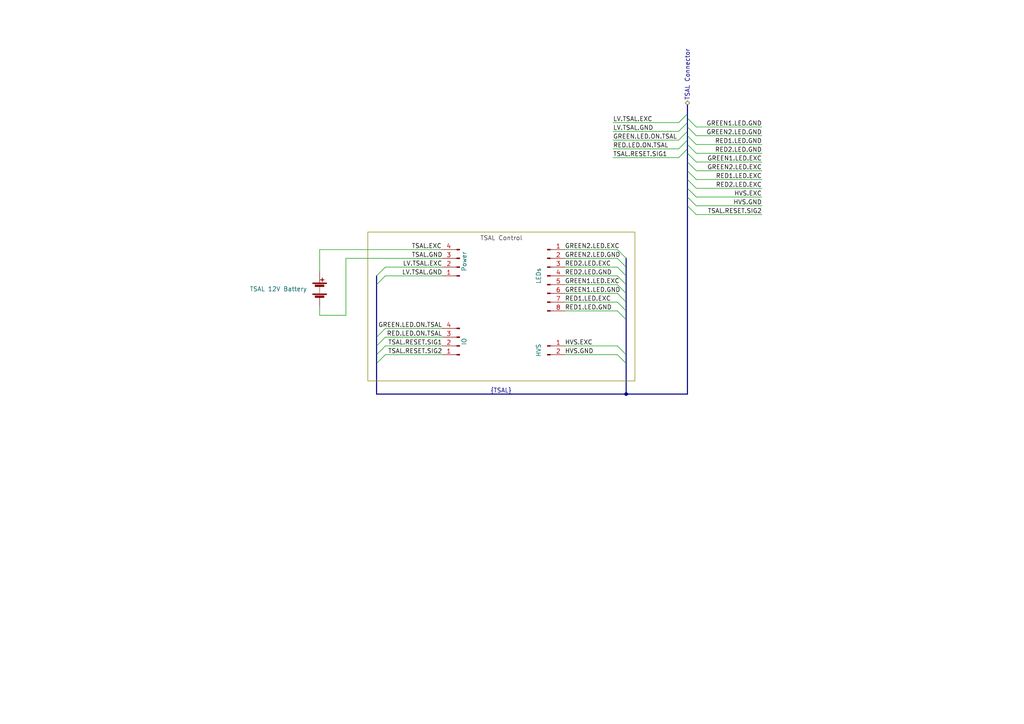
<source format=kicad_sch>
(kicad_sch (version 20230121) (generator eeschema)
  (paper "A4")
  (lib_symbols
    (symbol "Connector:Conn_01x02_Pin" (pin_names (offset 1.016) hide)
      (property "Reference" "J" (at 0 2.54 0))
      (property "Value" "Conn_01x02_Pin" (at 0 -5.08 0))
      (symbol "Conn_01x02_Pin_1_1"
        (polyline (pts (xy 1.27 -2.54) (xy 0.8636 -2.54)) (stroke (width 0.1524)))
        (polyline (pts (xy 1.27 0) (xy 0.8636 0)) (stroke (width 0.1524)))
        (rectangle (start 0.8636 -2.413) (end 0 -2.667) (stroke (width 0.1524)) (fill (type outline)))
        (rectangle (start 0.8636 0.127) (end 0 -0.127) (stroke (width 0.1524)) (fill (type outline)))
        (pin passive line (at 5.08 0 180) (length 3.81) (name "Pin_1") (number "1"))
        (pin passive line (at 5.08 -2.54 180) (length 3.81) (name "Pin_2") (number "2"))
      )
    )
    (symbol "Connector:Conn_01x04_Pin" (pin_names (offset 1.016) hide)
      (property "Reference" "J" (at 0 5.08 0))
      (property "Value" "Conn_01x04_Pin" (at 0 -7.62 0))
      (symbol "Conn_01x04_Pin_1_1"
        (polyline (pts (xy 1.27 -5.08) (xy 0.8636 -5.08)) (stroke (width 0.1524)))
        (polyline (pts (xy 1.27 -2.54) (xy 0.8636 -2.54)) (stroke (width 0.1524)))
        (polyline (pts (xy 1.27 0) (xy 0.8636 0)) (stroke (width 0.1524)))
        (polyline (pts (xy 1.27 2.54) (xy 0.8636 2.54)) (stroke (width 0.1524)))
        (rectangle (start 0.8636 -4.953) (end 0 -5.207) (stroke (width 0.1524)) (fill (type outline)))
        (rectangle (start 0.8636 -2.413) (end 0 -2.667) (stroke (width 0.1524)) (fill (type outline)))
        (rectangle (start 0.8636 0.127) (end 0 -0.127) (stroke (width 0.1524)) (fill (type outline)))
        (rectangle (start 0.8636 2.667) (end 0 2.413) (stroke (width 0.1524)) (fill (type outline)))
        (pin passive line (at 5.08 2.54 180) (length 3.81) (name "Pin_1") (number "1"))
        (pin passive line (at 5.08 0 180) (length 3.81) (name "Pin_2") (number "2"))
        (pin passive line (at 5.08 -2.54 180) (length 3.81) (name "Pin_3") (number "3"))
        (pin passive line (at 5.08 -5.08 180) (length 3.81) (name "Pin_4") (number "4"))
      )
    )
    (symbol "Connector:Conn_01x08_Pin" (pin_names (offset 1.016) hide)
      (property "Reference" "J" (at 0 10.16 0))
      (property "Value" "Conn_01x08_Pin" (at 0 -12.7 0))
      (symbol "Conn_01x08_Pin_1_1"
        (polyline (pts (xy 1.27 -10.16) (xy 0.8636 -10.16)) (stroke (width 0.1524)))
        (polyline (pts (xy 1.27 -7.62) (xy 0.8636 -7.62)) (stroke (width 0.1524)))
        (polyline (pts (xy 1.27 -5.08) (xy 0.8636 -5.08)) (stroke (width 0.1524)))
        (polyline (pts (xy 1.27 -2.54) (xy 0.8636 -2.54)) (stroke (width 0.1524)))
        (polyline (pts (xy 1.27 0) (xy 0.8636 0)) (stroke (width 0.1524)))
        (polyline (pts (xy 1.27 2.54) (xy 0.8636 2.54)) (stroke (width 0.1524)))
        (polyline (pts (xy 1.27 5.08) (xy 0.8636 5.08)) (stroke (width 0.1524)))
        (polyline (pts (xy 1.27 7.62) (xy 0.8636 7.62)) (stroke (width 0.1524)))
        (rectangle (start 0.8636 -10.033) (end 0 -10.287) (stroke (width 0.1524)) (fill (type outline)))
        (rectangle (start 0.8636 -7.493) (end 0 -7.747) (stroke (width 0.1524)) (fill (type outline)))
        (rectangle (start 0.8636 -4.953) (end 0 -5.207) (stroke (width 0.1524)) (fill (type outline)))
        (rectangle (start 0.8636 -2.413) (end 0 -2.667) (stroke (width 0.1524)) (fill (type outline)))
        (rectangle (start 0.8636 0.127) (end 0 -0.127) (stroke (width 0.1524)) (fill (type outline)))
        (rectangle (start 0.8636 2.667) (end 0 2.413) (stroke (width 0.1524)) (fill (type outline)))
        (rectangle (start 0.8636 5.207) (end 0 4.953) (stroke (width 0.1524)) (fill (type outline)))
        (rectangle (start 0.8636 7.747) (end 0 7.493) (stroke (width 0.1524)) (fill (type outline)))
        (pin passive line (at 5.08 7.62 180) (length 3.81) (name "Pin_1") (number "1"))
        (pin passive line (at 5.08 5.08 180) (length 3.81) (name "Pin_2") (number "2"))
        (pin passive line (at 5.08 2.54 180) (length 3.81) (name "Pin_3") (number "3"))
        (pin passive line (at 5.08 0 180) (length 3.81) (name "Pin_4") (number "4"))
        (pin passive line (at 5.08 -2.54 180) (length 3.81) (name "Pin_5") (number "5"))
        (pin passive line (at 5.08 -5.08 180) (length 3.81) (name "Pin_6") (number "6"))
        (pin passive line (at 5.08 -7.62 180) (length 3.81) (name "Pin_7") (number "7"))
        (pin passive line (at 5.08 -10.16 180) (length 3.81) (name "Pin_8") (number "8"))
      )
    )
    (symbol "Device:Battery" (pin_numbers hide) (pin_names (offset 0) hide)
      (property "Reference" "BT" (at 2.54 2.54 0))
      (property "Value" "Battery" (at 2.54 0 0))
      (symbol "Battery_0_1"
        (rectangle (start -2.032 -1.397) (end 2.032 -1.651) (fill (type outline)))
        (rectangle (start -2.032 1.778) (end 2.032 1.524) (fill (type outline)))
        (rectangle (start -1.3208 -1.9812) (end 1.27 -2.4892) (fill (type outline)))
        (rectangle (start -1.3208 1.1938) (end 1.27 0.6858) (fill (type outline)))
        (polyline (pts (xy 0 -1.524) (xy 0 -1.27)))
        (polyline (pts (xy 0 -1.016) (xy 0 -0.762)))
        (polyline (pts (xy 0 -0.508) (xy 0 -0.254)))
        (polyline (pts (xy 0 0) (xy 0 0.254)))
        (polyline (pts (xy 0 0.508) (xy 0 0.762)))
        (polyline (pts (xy 0 1.778) (xy 0 2.54)))
        (polyline (pts (xy 0.254 2.667) (xy 1.27 2.667)) (stroke (width 0.254)))
        (polyline (pts (xy 0.762 3.175) (xy 0.762 2.159)) (stroke (width 0.254)))
      )
      (symbol "Battery_1_1"
        (pin passive line (at 0 5.08 270) (length 2.54) (name "+") (number "1"))
        (pin passive line (at 0 -5.08 90) (length 2.54) (name "-") (number "2"))
      )
    )
  )
  (junction (at 181.61 114.3))
  (bus_entry (at 109.22 102.87) (size 2.54 -2.54))
  (bus_entry (at 181.61 102.87) (size -2.54 -2.54))
  (bus_entry (at 199.39 41.91) (size 2.54 2.54))
  (bus_entry (at 109.22 97.79) (size 2.54 -2.54))
  (bus_entry (at 109.22 105.41) (size 2.54 -2.54))
  (bus_entry (at 199.39 40.64) (size -2.54 2.54))
  (bus_entry (at 109.22 80.01) (size 2.54 -2.54))
  (bus_entry (at 199.39 54.61) (size 2.54 2.54))
  (bus_entry (at 181.61 92.71) (size -2.54 -2.54))
  (bus_entry (at 199.39 43.18) (size -2.54 2.54))
  (bus_entry (at 199.39 52.07) (size 2.54 2.54))
  (bus_entry (at 181.61 82.55) (size -2.54 -2.54))
  (bus_entry (at 181.61 87.63) (size -2.54 -2.54))
  (bus_entry (at 199.39 44.45) (size 2.54 2.54))
  (bus_entry (at 109.22 82.55) (size 2.54 -2.54))
  (bus_entry (at 199.39 59.69) (size 2.54 2.54))
  (bus_entry (at 181.61 105.41) (size -2.54 -2.54))
  (bus_entry (at 199.39 36.83) (size 2.54 2.54))
  (bus_entry (at 199.39 34.29) (size 2.54 2.54))
  (bus_entry (at 181.61 77.47) (size -2.54 -2.54))
  (bus_entry (at 181.61 74.93) (size -2.54 -2.54))
  (bus_entry (at 199.39 35.56) (size -2.54 2.54))
  (bus_entry (at 181.61 90.17) (size -2.54 -2.54))
  (bus_entry (at 199.39 39.37) (size 2.54 2.54))
  (bus_entry (at 181.61 85.09) (size -2.54 -2.54))
  (bus_entry (at 109.22 100.33) (size 2.54 -2.54))
  (bus_entry (at 199.39 38.1) (size -2.54 2.54))
  (bus_entry (at 199.39 57.15) (size 2.54 2.54))
  (bus_entry (at 199.39 33.02) (size -2.54 2.54))
  (bus_entry (at 199.39 49.53) (size 2.54 2.54))
  (bus_entry (at 199.39 46.99) (size 2.54 2.54))
  (bus_entry (at 181.61 80.01) (size -2.54 -2.54))
  (wire (pts (xy 111.76 77.47) (xy 128.27 77.47)))
  (wire (pts (xy 111.76 97.79) (xy 128.27 97.79)))
  (wire (pts (xy 111.76 80.01) (xy 128.27 80.01)))
  (wire (pts (xy 201.93 54.61) (xy 220.98 54.61)))
  (wire (pts (xy 177.8 35.56) (xy 196.85 35.56)))
  (bus (pts (xy 181.61 74.93) (xy 181.61 77.47)))
  (wire (pts (xy 163.83 102.87) (xy 179.07 102.87)))
  (bus (pts (xy 199.39 59.69) (xy 199.39 114.3)))
  (wire (pts (xy 177.8 40.64) (xy 196.85 40.64)))
  (bus (pts (xy 199.39 57.15) (xy 199.39 59.69)))
  (bus (pts (xy 199.39 54.61) (xy 199.39 57.15)))
  (wire (pts (xy 201.93 52.07) (xy 220.98 52.07)))
  (wire (pts (xy 163.83 87.63) (xy 179.07 87.63)))
  (wire (pts (xy 201.93 39.37) (xy 220.98 39.37)))
  (wire (pts (xy 177.8 38.1) (xy 196.85 38.1)))
  (bus (pts (xy 109.22 114.3) (xy 181.61 114.3)))
  (bus (pts (xy 199.39 43.18) (xy 199.39 44.45)))
  (wire (pts (xy 92.71 78.74) (xy 92.71 72.39)))
  (wire (pts (xy 201.93 44.45) (xy 220.98 44.45)))
  (bus (pts (xy 199.39 33.02) (xy 199.39 34.29)))
  (wire (pts (xy 177.8 45.72) (xy 196.85 45.72)))
  (bus (pts (xy 181.61 85.09) (xy 181.61 87.63)))
  (bus (pts (xy 181.61 77.47) (xy 181.61 80.01)))
  (wire (pts (xy 201.93 46.99) (xy 220.98 46.99)))
  (bus (pts (xy 199.39 35.56) (xy 199.39 36.83)))
  (bus (pts (xy 199.39 39.37) (xy 199.39 40.64)))
  (bus (pts (xy 181.61 102.87) (xy 181.61 105.41)))
  (bus (pts (xy 109.22 105.41) (xy 109.22 114.3)))
  (wire (pts (xy 92.71 91.44) (xy 100.33 91.44)))
  (wire (pts (xy 163.83 77.47) (xy 179.07 77.47)))
  (wire (pts (xy 111.76 95.25) (xy 128.27 95.25)))
  (bus (pts (xy 199.39 36.83) (xy 199.39 38.1)))
  (wire (pts (xy 100.33 91.44) (xy 100.33 74.93)))
  (bus (pts (xy 181.61 80.01) (xy 181.61 82.55)))
  (bus (pts (xy 199.39 49.53) (xy 199.39 52.07)))
  (wire (pts (xy 163.83 80.01) (xy 179.07 80.01)))
  (wire (pts (xy 111.76 102.87) (xy 128.27 102.87)))
  (wire (pts (xy 163.83 72.39) (xy 179.07 72.39)))
  (wire (pts (xy 163.83 74.93) (xy 179.07 74.93)))
  (wire (pts (xy 92.71 88.9) (xy 92.71 91.44)))
  (wire (pts (xy 177.8 43.18) (xy 196.85 43.18)))
  (bus (pts (xy 181.61 82.55) (xy 181.61 85.09)))
  (wire (pts (xy 201.93 62.23) (xy 220.98 62.23)))
  (wire (pts (xy 201.93 36.83) (xy 220.98 36.83)))
  (bus (pts (xy 199.39 38.1) (xy 199.39 39.37)))
  (bus (pts (xy 109.22 102.87) (xy 109.22 105.41)))
  (bus (pts (xy 109.22 97.79) (xy 109.22 100.33)))
  (bus (pts (xy 109.22 100.33) (xy 109.22 102.87)))
  (wire (pts (xy 163.83 100.33) (xy 179.07 100.33)))
  (wire (pts (xy 163.83 82.55) (xy 179.07 82.55)))
  (bus (pts (xy 181.61 114.3) (xy 199.39 114.3)))
  (bus (pts (xy 181.61 90.17) (xy 181.61 92.71)))
  (wire (pts (xy 92.71 72.39) (xy 128.27 72.39)))
  (bus (pts (xy 199.39 40.64) (xy 199.39 41.91)))
  (bus (pts (xy 181.61 87.63) (xy 181.61 90.17)))
  (bus (pts (xy 199.39 52.07) (xy 199.39 54.61)))
  (bus (pts (xy 109.22 80.01) (xy 109.22 82.55)))
  (bus (pts (xy 181.61 114.3) (xy 181.61 105.41)))
  (wire (pts (xy 201.93 57.15) (xy 220.98 57.15)))
  (wire (pts (xy 111.76 100.33) (xy 128.27 100.33)))
  (bus (pts (xy 199.39 34.29) (xy 199.39 35.56)))
  (bus (pts (xy 199.39 46.99) (xy 199.39 49.53)))
  (wire (pts (xy 201.93 59.69) (xy 220.98 59.69)))
  (wire (pts (xy 163.83 90.17) (xy 179.07 90.17)))
  (wire (pts (xy 163.83 85.09) (xy 179.07 85.09)))
  (wire (pts (xy 201.93 49.53) (xy 220.98 49.53)))
  (bus (pts (xy 109.22 82.55) (xy 109.22 97.79)))
  (bus (pts (xy 199.39 41.91) (xy 199.39 43.18)))
  (bus (pts (xy 199.39 44.45) (xy 199.39 46.99)))
  (wire (pts (xy 100.33 74.93) (xy 128.27 74.93)))
  (wire (pts (xy 201.93 41.91) (xy 220.98 41.91)))
  (bus (pts (xy 199.39 30.48) (xy 199.39 33.02)))
  (bus (pts (xy 181.61 92.71) (xy 181.61 102.87)))
  (text_box "TSAL Control" (at 106.68 67.31 0) (size 77.47 43.18) (stroke (width 0) (color 132 132 0 1)) (effects (font (size 1.27 1.27)) (justify top)))
  (label "RED1.LED.GND" (at 163.83 90.17 0))
  (label "RED2.LED.EXC" (at 163.83 77.47 0))
  (label "TSAL.EXC" (at 119.38 72.39 0))
  (label "HVS.GND" (at 163.83 102.87 0))
  (label "RED.LED.ON.TSAL" (at 177.8 43.18 0))
  (label "TSAL.RESET.SIG2" (at 128.27 102.87 180))
  (label "GREEN1.LED.EXC" (at 220.98 46.99 180))
  (label "GREEN1.LED.GND" (at 163.83 85.09 0))
  (label "RED2.LED.GND" (at 163.83 80.01 0))
  (label "RED1.LED.GND" (at 220.98 41.91 180))
  (label "TSAL.RESET.SIG1" (at 177.8 45.72 0))
  (label "GREEN1.LED.EXC" (at 163.83 82.55 0))
  (label "GREEN2.LED.EXC" (at 220.98 49.53 180))
  (label "TSAL.RESET.SIG2" (at 220.98 62.23 180))
  (label "TSAL.GND" (at 119.38 74.93 0))
  (label "LV.TSAL.GND" (at 128.27 80.01 180))
  (label "GREEN.LED.ON.TSAL" (at 177.8 40.64 0))
  (label "HVS.EXC" (at 163.83 100.33 0))
  (label "RED.LED.ON.TSAL" (at 128.27 97.79 180))
  (label "LV.TSAL.EXC" (at 177.8 35.56 0))
  (label "TSAL.RESET.SIG1" (at 128.27 100.33 180))
  (label "LV.TSAL.GND" (at 177.8 38.1 0))
  (label "HVS.GND" (at 220.98 59.69 180))
  (label "{TSAL}" (at 142.24 114.3 0))
  (label "RED2.LED.GND" (at 220.98 44.45 180))
  (label "GREEN2.LED.EXC" (at 163.83 72.39 0))
  (label "RED1.LED.EXC" (at 220.98 52.07 180))
  (label "GREEN.LED.ON.TSAL" (at 128.27 95.25 180))
  (label "GREEN2.LED.GND" (at 163.83 74.93 0))
  (label "RED1.LED.EXC" (at 163.83 87.63 0))
  (label "GREEN1.LED.GND" (at 220.98 36.83 180))
  (label "LV.TSAL.EXC" (at 128.27 77.47 180))
  (label "HVS.EXC" (at 220.98 57.15 180))
  (label "GREEN2.LED.GND" (at 220.98 39.37 180))
  (label "RED2.LED.EXC" (at 220.98 54.61 180))
  (hierarchical_label "TSAL Connector" (shape bidirectional) (at 199.39 30.48 90))
  (symbol (lib_id "Connector:Conn_01x08_Pin") (at 158.75 80.01 0) (unit 1)
    (property "Reference" "J72" (effects hide))
    (property "Value" "LEDs" (at 156.21 80.01 90))
  )
  (symbol (lib_id "Connector:Conn_01x02_Pin") (at 158.75 100.33 0) (unit 1)
    (property "Reference" "J69" (effects hide))
    (property "Value" "HVS" (at 156.21 101.6 90))
  )
  (symbol (lib_id "Connector:Conn_01x04_Pin") (at 133.35 77.47 180) (unit 1)
    (property "Reference" "J70" (effects hide))
    (property "Value" "Power" (at 134.62 78.74 90) (effects (justify right)))
  )
  (symbol (lib_id "Device:Battery") (at 92.71 83.82 0) (unit 1)
    (property "Reference" "BT1" (effects hide))
    (property "Value" "TSAL 12V Battery" (at 72.39 83.82 0) (effects (justify left)))
  )
  (symbol (lib_id "Connector:Conn_01x04_Pin") (at 133.35 100.33 180) (unit 1)
    (property "Reference" "J71" (effects hide))
    (property "Value" "IO" (at 134.62 99.06 90))
  )
)
</source>
